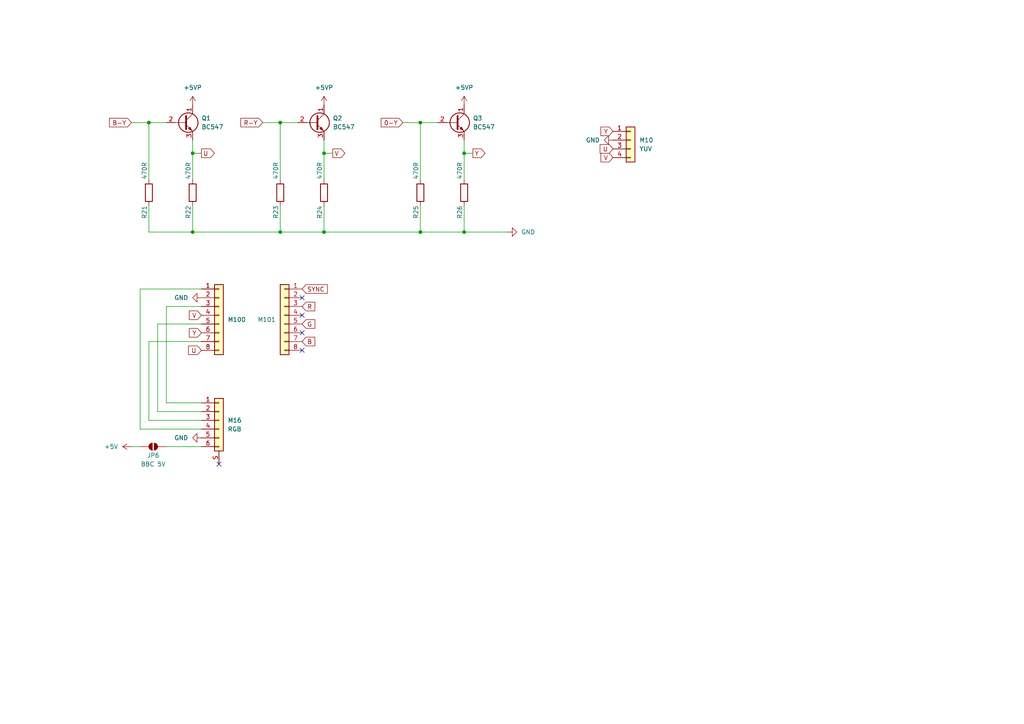
<source format=kicad_sch>
(kicad_sch (version 20250114) (generator "eeschema") (generator_version "9.0")
  (paper "A4")
  (lib_symbols
    (symbol "Connector_Generic:Conn_01x04" (pin_names (offset 1.016) (hide yes))
      (property "Reference" "J" (at 0 5.08 0))
      (property "Value" "Conn_01x04" (at 0 -7.62 0))
      (symbol "Conn_01x04_1_1"
        (rectangle (start -1.27 3.81) (end 1.27 -6.35) (stroke (width 0.254)) (fill (type background)))
        (rectangle (start -1.27 2.667) (end 0 2.413) (stroke (width 0.1524)))
        (rectangle (start -1.27 0.127) (end 0 -0.127) (stroke (width 0.1524)))
        (rectangle (start -1.27 -2.413) (end 0 -2.667) (stroke (width 0.1524)))
        (rectangle (start -1.27 -4.953) (end 0 -5.207) (stroke (width 0.1524)))
        (pin passive line (at -5.08 2.54 0) (length 3.81) (name "Pin_1") (number "1"))
        (pin passive line (at -5.08 0 0) (length 3.81) (name "Pin_2") (number "2"))
        (pin passive line (at -5.08 -2.54 0) (length 3.81) (name "Pin_3") (number "3"))
        (pin passive line (at -5.08 -5.08 0) (length 3.81) (name "Pin_4") (number "4"))
      )
    )
    (symbol "Connector_Generic:Conn_01x08" (pin_names (offset 1.016) (hide yes))
      (property "Reference" "J" (at 0 10.16 0))
      (property "Value" "Conn_01x08" (at 0 -12.7 0))
      (symbol "Conn_01x08_1_1"
        (rectangle (start -1.27 8.89) (end 1.27 -11.43) (stroke (width 0.254)) (fill (type background)))
        (rectangle (start -1.27 7.747) (end 0 7.493) (stroke (width 0.1524)))
        (rectangle (start -1.27 5.207) (end 0 4.953) (stroke (width 0.1524)))
        (rectangle (start -1.27 2.667) (end 0 2.413) (stroke (width 0.1524)))
        (rectangle (start -1.27 0.127) (end 0 -0.127) (stroke (width 0.1524)))
        (rectangle (start -1.27 -2.413) (end 0 -2.667) (stroke (width 0.1524)))
        (rectangle (start -1.27 -4.953) (end 0 -5.207) (stroke (width 0.1524)))
        (rectangle (start -1.27 -7.493) (end 0 -7.747) (stroke (width 0.1524)))
        (rectangle (start -1.27 -10.033) (end 0 -10.287) (stroke (width 0.1524)))
        (pin passive line (at -5.08 7.62 0) (length 3.81) (name "Pin_1") (number "1"))
        (pin passive line (at -5.08 5.08 0) (length 3.81) (name "Pin_2") (number "2"))
        (pin passive line (at -5.08 2.54 0) (length 3.81) (name "Pin_3") (number "3"))
        (pin passive line (at -5.08 0 0) (length 3.81) (name "Pin_4") (number "4"))
        (pin passive line (at -5.08 -2.54 0) (length 3.81) (name "Pin_5") (number "5"))
        (pin passive line (at -5.08 -5.08 0) (length 3.81) (name "Pin_6") (number "6"))
        (pin passive line (at -5.08 -7.62 0) (length 3.81) (name "Pin_7") (number "7"))
        (pin passive line (at -5.08 -10.16 0) (length 3.81) (name "Pin_8") (number "8"))
      )
    )
    (symbol "Device:R" (pin_numbers (hide yes)) (pin_names (offset 0))
      (property "Reference" "R" (at 2.032 0 90))
      (property "Value" "R" (at 0 0 90))
      (symbol "R_0_1"
        (rectangle (start -1.016 -2.54) (end 1.016 2.54) (stroke (width 0.254)))
      )
      (symbol "R_1_1"
        (pin passive line (at 0 3.81 270) (length 1.27) (name "~") (number "1"))
        (pin passive line (at 0 -3.81 90) (length 1.27) (name "~") (number "2"))
      )
    )
    (symbol "Einstein:DIN_RGB" (pin_names (offset 1.016) (hide yes))
      (property "Reference" "M016" (at 2.54 0.0001 0))
      (property "Value" "RGB" (at 2.54 -2.5399 0))
      (symbol "DIN_RGB_1_1"
        (rectangle (start -1.27 6.35) (end 1.27 -8.89) (stroke (width 0.254)) (fill (type background)))
        (rectangle (start -1.27 5.207) (end 0 4.953) (stroke (width 0.1524)))
        (rectangle (start -1.27 2.667) (end 0 2.413) (stroke (width 0.1524)))
        (rectangle (start -1.27 0.127) (end 0 -0.127) (stroke (width 0.1524)))
        (rectangle (start -1.27 -2.413) (end 0 -2.667) (stroke (width 0.1524)))
        (rectangle (start -1.27 -4.953) (end 0 -5.207) (stroke (width 0.1524)))
        (rectangle (start -1.27 -7.493) (end 0 -7.747) (stroke (width 0.1524)))
        (pin passive line (at -5.08 5.08 0) (length 3.81) (name "Pin_1") (number "1"))
        (pin passive line (at -5.08 2.54 0) (length 3.81) (name "Pin_2") (number "2"))
        (pin passive line (at -5.08 0 0) (length 3.81) (name "Pin_3") (number "3"))
        (pin passive line (at -5.08 -2.54 0) (length 3.81) (name "Pin_4") (number "4"))
        (pin passive line (at -5.08 -5.08 0) (length 3.81) (name "Pin_5") (number "5"))
        (pin passive line (at -5.08 -7.62 0) (length 3.81) (name "Pin_6") (number "6"))
        (pin passive line (at 0 -12.7 90) (length 3.81) (name "Shield") (number "S"))
      )
    )
    (symbol "Jumper:SolderJumper_2_Open" (pin_numbers (hide yes)) (pin_names (offset 0) (hide yes)) (in_bom no)
      (property "Reference" "JP" (at 0 2.032 0))
      (property "Value" "SolderJumper_2_Open" (at 0 -2.54 0))
      (symbol "SolderJumper_2_Open_0_1"
        (polyline (pts (xy -0.254 1.016) (xy -0.254 -1.016)))
        (arc (start -0.254 -1.016) (mid -1.2656 0) (end -0.254 1.016))
        (arc (start -0.254 -1.016) (mid -1.2656 0) (end -0.254 1.016) (fill (type outline)))
        (arc (start 0.254 1.016) (mid 1.2656 0) (end 0.254 -1.016))
        (arc (start 0.254 1.016) (mid 1.2656 0) (end 0.254 -1.016) (fill (type outline)))
        (polyline (pts (xy 0.254 1.016) (xy 0.254 -1.016)))
      )
      (symbol "SolderJumper_2_Open_1_1"
        (pin passive line (at -3.81 0 0) (length 2.54) (name "A") (number "1"))
        (pin passive line (at 3.81 0 180) (length 2.54) (name "B") (number "2"))
      )
    )
    (symbol "Transistor_BJT:BC547" (pin_names (offset 0) (hide yes))
      (property "Reference" "Q" (at 5.08 1.905 0))
      (property "Value" "BC547" (at 5.08 0 0))
      (symbol "BC547_0_1"
        (polyline (pts (xy -2.54 0) (xy 0.635 0)))
        (polyline (pts (xy 0.635 1.905) (xy 0.635 -1.905)) (stroke (width 0.508)))
        (circle (center 1.27 0) (radius 2.8194) (stroke (width 0.254)))
      )
      (symbol "BC547_1_1"
        (polyline (pts (xy 0.635 0.635) (xy 2.54 2.54)))
        (polyline (pts (xy 0.635 -0.635) (xy 2.54 -2.54)))
        (polyline (pts (xy 1.27 -1.778) (xy 1.778 -1.27) (xy 2.286 -2.286) (xy 1.27 -1.778)) (fill (type outline)))
        (pin input line (at -5.08 0 0) (length 2.54) (name "B") (number "2"))
        (pin passive line (at 2.54 5.08 270) (length 2.54) (name "C") (number "1"))
        (pin passive line (at 2.54 -5.08 90) (length 2.54) (name "E") (number "3"))
      )
    )
    (symbol "power:+5V" (power) (pin_numbers (hide yes)) (pin_names (offset 0) (hide yes))
      (property "Value" "+5V" (at 0 3.556 0))
      (symbol "+5V_0_1"
        (polyline (pts (xy -0.762 1.27) (xy 0 2.54)))
        (polyline (pts (xy 0 2.54) (xy 0.762 1.27)))
        (polyline (pts (xy 0 0) (xy 0 2.54)))
      )
      (symbol "+5V_1_1"
        (pin power_in line (at 0 0 90) (length 0) (name "~") (number "1"))
      )
    )
    (symbol "power:+5VP" (power) (pin_numbers (hide yes)) (pin_names (offset 0) (hide yes))
      (property "Value" "+5VP" (at 0 3.556 0))
      (symbol "+5VP_0_1"
        (polyline (pts (xy -0.762 1.27) (xy 0 2.54)))
        (polyline (pts (xy 0 2.54) (xy 0.762 1.27)))
        (polyline (pts (xy 0 0) (xy 0 2.54)))
      )
      (symbol "+5VP_1_1"
        (pin power_in line (at 0 0 90) (length 0) (name "~") (number "1"))
      )
    )
    (symbol "power:GND" (power) (pin_numbers (hide yes)) (pin_names (offset 0) (hide yes))
      (property "Value" "GND" (at 0 -3.81 0))
      (symbol "GND_0_1"
        (polyline (pts (xy 0 0) (xy 0 -1.27) (xy 1.27 -1.27) (xy 0 -2.54) (xy -1.27 -1.27) (xy 0 -1.27)))
      )
      (symbol "GND_1_1"
        (pin power_in line (at 0 0 270) (length 0) (name "~") (number "1"))
      )
    )
  )
  (junction (at 121.92 35.56))
  (junction (at 55.88 67.31))
  (junction (at 134.62 44.45))
  (junction (at 81.28 35.56))
  (junction (at 93.98 67.31))
  (junction (at 121.92 67.31))
  (junction (at 134.62 67.31))
  (junction (at 93.98 44.45))
  (junction (at 43.18 35.56))
  (junction (at 55.88 44.45))
  (junction (at 81.28 67.31))
  (no_connect (at 87.63 101.6))
  (no_connect (at 87.63 96.52))
  (no_connect (at 87.63 86.36))
  (no_connect (at 87.63 91.44))
  (no_connect (at 63.5 134.62))
  (wire (pts (xy 58.42 116.84) (xy 48.26 116.84)))
  (wire (pts (xy 93.98 44.45) (xy 93.98 52.07)))
  (wire (pts (xy 81.28 35.56) (xy 81.28 52.07)))
  (wire (pts (xy 58.42 119.38) (xy 45.72 119.38)))
  (wire (pts (xy 48.26 35.56) (xy 43.18 35.56)))
  (wire (pts (xy 93.98 67.31) (xy 93.98 59.69)))
  (wire (pts (xy 76.2 35.56) (xy 81.28 35.56)))
  (wire (pts (xy 45.72 119.38) (xy 45.72 93.98)))
  (wire (pts (xy 127 35.56) (xy 121.92 35.56)))
  (wire (pts (xy 134.62 67.31) (xy 134.62 59.69)))
  (wire (pts (xy 40.64 83.82) (xy 58.42 83.82)))
  (wire (pts (xy 121.92 35.56) (xy 121.92 52.07)))
  (wire (pts (xy 40.64 129.54) (xy 38.1 129.54)))
  (wire (pts (xy 93.98 44.45) (xy 96.52 44.45)))
  (wire (pts (xy 55.88 67.31) (xy 55.88 59.69)))
  (wire (pts (xy 48.26 129.54) (xy 58.42 129.54)))
  (wire (pts (xy 55.88 40.64) (xy 55.88 44.45)))
  (wire (pts (xy 58.42 121.92) (xy 43.18 121.92)))
  (wire (pts (xy 43.18 121.92) (xy 43.18 99.06)))
  (wire (pts (xy 48.26 116.84) (xy 48.26 88.9)))
  (wire (pts (xy 134.62 44.45) (xy 137.16 44.45)))
  (wire (pts (xy 43.18 99.06) (xy 58.42 99.06)))
  (wire (pts (xy 134.62 67.31) (xy 147.32 67.31)))
  (wire (pts (xy 43.18 59.69) (xy 43.18 67.31)))
  (wire (pts (xy 116.84 35.56) (xy 121.92 35.56)))
  (wire (pts (xy 93.98 40.64) (xy 93.98 44.45)))
  (wire (pts (xy 81.28 67.31) (xy 93.98 67.31)))
  (wire (pts (xy 134.62 40.64) (xy 134.62 44.45)))
  (wire (pts (xy 55.88 44.45) (xy 58.42 44.45)))
  (wire (pts (xy 93.98 67.31) (xy 121.92 67.31)))
  (wire (pts (xy 48.26 88.9) (xy 58.42 88.9)))
  (wire (pts (xy 45.72 93.98) (xy 58.42 93.98)))
  (wire (pts (xy 43.18 35.56) (xy 43.18 52.07)))
  (wire (pts (xy 121.92 59.69) (xy 121.92 67.31)))
  (wire (pts (xy 55.88 67.31) (xy 81.28 67.31)))
  (wire (pts (xy 81.28 59.69) (xy 81.28 67.31)))
  (wire (pts (xy 40.64 124.46) (xy 40.64 83.82)))
  (wire (pts (xy 134.62 44.45) (xy 134.62 52.07)))
  (wire (pts (xy 43.18 67.31) (xy 55.88 67.31)))
  (wire (pts (xy 86.36 35.56) (xy 81.28 35.56)))
  (wire (pts (xy 55.88 44.45) (xy 55.88 52.07)))
  (wire (pts (xy 38.1 35.56) (xy 43.18 35.56)))
  (wire (pts (xy 121.92 67.31) (xy 134.62 67.31)))
  (wire (pts (xy 58.42 124.46) (xy 40.64 124.46)))
  (global_label "U" (shape input) (at 58.42 101.6 180) (property "Intersheetrefs" "${INTERSHEET_REFS}" (effects (hide yes))))
  (global_label "V" (shape input) (at 177.8 45.72 180) (property "Intersheetrefs" "${INTERSHEET_REFS}" (effects (hide yes))))
  (global_label "0-Y" (shape input) (at 116.84 35.56 180) (property "Intersheetrefs" "${INTERSHEET_REFS}" (effects (hide yes))))
  (global_label "Y" (shape input) (at 177.8 38.1 180) (property "Intersheetrefs" "${INTERSHEET_REFS}" (effects (hide yes))))
  (global_label "R-Y" (shape input) (at 76.2 35.56 180) (property "Intersheetrefs" "${INTERSHEET_REFS}" (effects (hide yes))))
  (global_label "B" (shape input) (at 87.63 99.06 0) (property "Intersheetrefs" "${INTERSHEET_REFS}" (effects (hide yes))))
  (global_label "V" (shape input) (at 58.42 91.44 180) (property "Intersheetrefs" "${INTERSHEET_REFS}" (effects (hide yes))))
  (global_label "Y" (shape output) (at 137.16 44.45 0) (property "Intersheetrefs" "${INTERSHEET_REFS}" (effects (hide yes))))
  (global_label "SYNC" (shape input) (at 87.63 83.82 0) (property "Intersheetrefs" "${INTERSHEET_REFS}" (effects (hide yes))))
  (global_label "B-Y" (shape input) (at 38.1 35.56 180) (property "Intersheetrefs" "${INTERSHEET_REFS}" (effects (hide yes))))
  (global_label "R" (shape input) (at 87.63 88.9 0) (property "Intersheetrefs" "${INTERSHEET_REFS}" (effects (hide yes))))
  (global_label "Y" (shape input) (at 58.42 96.52 180) (property "Intersheetrefs" "${INTERSHEET_REFS}" (effects (hide yes))))
  (global_label "U" (shape output) (at 58.42 44.45 0) (property "Intersheetrefs" "${INTERSHEET_REFS}" (effects (hide yes))))
  (global_label "G" (shape input) (at 87.63 93.98 0) (property "Intersheetrefs" "${INTERSHEET_REFS}" (effects (hide yes))))
  (global_label "U" (shape input) (at 177.8 43.18 180) (property "Intersheetrefs" "${INTERSHEET_REFS}" (effects (hide yes))))
  (global_label "V" (shape output) (at 96.52 44.45 0) (property "Intersheetrefs" "${INTERSHEET_REFS}" (effects (hide yes))))
  (symbol (lib_id "Jumper:SolderJumper_2_Open") (at 44.45 129.54 0) (unit 1) (in_bom no)
    (property "Reference" "JP6" (at 44.45 132.08 0))
    (property "Value" "BBC 5V" (at 44.45 134.62 0))
    (property "Footprint" "Einstein:BBC Bodge" (effects (hide yes)))
    (property "Description" "Solder Jumper, 2-pole, open" (effects (hide yes)))
  )
  (symbol (lib_id "Transistor_BJT:BC547") (at 91.44 35.56 0) (unit 1)
    (property "Reference" "Q2" (at 96.52 34.2899 0) (effects (justify left)))
    (property "Value" "BC547" (at 96.52 36.8299 0) (effects (justify left)))
    (property "Footprint" "Einstein:Transistor - Box 2" (effects (hide yes)))
    (property "Datasheet" "https://www.onsemi.com/pub/Collateral/BC550-D.pdf" (effects (hide yes)))
    (property "Description" "0.1A Ic, 45V Vce, Small Signal NPN Transistor, TO-92" (effects (hide yes)))
  )
  (symbol (lib_id "Device:R") (at 121.92 55.88 0) (mirror y) (unit 1)
    (property "Reference" "R25" (at 120.65 63.5 90) (effects (justify left)))
    (property "Value" "470R" (at 120.65 52.07 90) (effects (justify left)))
    (property "Footprint" "Einstein:Resistor 12.70mm" (effects (hide yes)))
    (property "Description" "Resistor" (effects (hide yes)))
  )
  (symbol (lib_id "power:+5VP") (at 55.88 30.48 0) (unit 1)
    (property "Reference" "#PWR0205" (effects (hide yes)))
    (property "Value" "+5VP" (at 55.88 25.4 0))
    (property "Description" "Power symbol creates a global label with name \"+5VP\"" (effects (hide yes)))
  )
  (symbol (lib_id "Device:R") (at 93.98 55.88 0) (mirror y) (unit 1)
    (property "Reference" "R24" (at 92.71 63.5 90) (effects (justify left)))
    (property "Value" "470R" (at 92.71 52.07 90) (effects (justify left)))
    (property "Footprint" "Einstein:Resistor 12.70mm" (effects (hide yes)))
    (property "Description" "Resistor" (effects (hide yes)))
  )
  (symbol (lib_id "Connector_Generic:Conn_01x08") (at 63.5 91.44 0) (unit 1)
    (property "Reference" "M100" (at 66.04 92.7099 0) (effects (justify left)))
    (property "Footprint" "Einstein:M PinHeader_1x08_P2.54mm" (effects (hide yes)))
    (property "Description" "Generic connector, single row, 01x08, script generated (kicad-library-utils/schlib/autogen/connector/)" (effects (hide yes)))
  )
  (symbol (lib_id "Connector_Generic:Conn_01x04") (at 182.88 40.64 0) (unit 1)
    (property "Reference" "M10" (at 185.42 40.6399 0) (effects (justify left)))
    (property "Value" "YUV" (at 185.42 43.1799 0) (effects (justify left)))
    (property "Footprint" "Einstein:M10 PinHeader_1x04_P2.54mm" (effects (hide yes)))
    (property "Description" "Generic connector, single row, 01x04, script generated (kicad-library-utils/schlib/autogen/connector/)" (effects (hide yes)))
  )
  (symbol (lib_id "Connector_Generic:Conn_01x08") (at 82.55 91.44 0) (mirror y) (unit 1)
    (property "Reference" "M101" (at 80.01 92.7099 0) (effects (justify left)))
    (property "Footprint" "Einstein:M PinHeader_1x08_P2.54mm" (effects (hide yes)))
    (property "Description" "Generic connector, single row, 01x08, script generated (kicad-library-utils/schlib/autogen/connector/)" (effects (hide yes)))
  )
  (symbol (lib_id "power:GND") (at 58.42 127 270) (unit 1)
    (property "Reference" "#PWR0212" (effects (hide yes)))
    (property "Value" "GND" (at 54.61 126.9999 90) (effects (justify right)))
    (property "Description" "Power symbol creates a global label with name \"GND\" , ground" (effects (hide yes)))
  )
  (symbol (lib_id "Device:R") (at 55.88 55.88 0) (mirror y) (unit 1)
    (property "Reference" "R22" (at 54.61 63.5 90) (effects (justify left)))
    (property "Value" "470R" (at 54.61 52.07 90) (effects (justify left)))
    (property "Footprint" "Einstein:Resistor 12.70mm" (effects (hide yes)))
    (property "Description" "Resistor" (effects (hide yes)))
  )
  (symbol (lib_id "power:GND") (at 177.8 40.64 270) (unit 1)
    (property "Reference" "#PWR0209" (effects (hide yes)))
    (property "Value" "GND" (at 173.99 40.6399 90) (effects (justify right)))
    (property "Description" "Power symbol creates a global label with name \"GND\" , ground" (effects (hide yes)))
  )
  (symbol (lib_id "Einstein:DIN_RGB") (at 63.5 121.92 0) (unit 1)
    (property "Reference" "M16" (at 66.04 121.9199 0) (effects (justify left)))
    (property "Value" "RGB" (at 66.04 124.4599 0) (effects (justify left)))
    (property "Footprint" "Einstein:DIN6" (effects (hide yes)))
  )
  (symbol (lib_id "Transistor_BJT:BC547") (at 132.08 35.56 0) (unit 1)
    (property "Reference" "Q3" (at 137.16 34.2899 0) (effects (justify left)))
    (property "Value" "BC547" (at 137.16 36.8299 0) (effects (justify left)))
    (property "Footprint" "Einstein:Transistor - Box 2" (effects (hide yes)))
    (property "Datasheet" "https://www.onsemi.com/pub/Collateral/BC550-D.pdf" (effects (hide yes)))
    (property "Description" "0.1A Ic, 45V Vce, Small Signal NPN Transistor, TO-92" (effects (hide yes)))
  )
  (symbol (lib_id "power:GND") (at 58.42 86.36 270) (unit 1)
    (property "Reference" "#PWR0210" (effects (hide yes)))
    (property "Value" "GND" (at 54.61 86.3599 90) (effects (justify right)))
    (property "Description" "Power symbol creates a global label with name \"GND\" , ground" (effects (hide yes)))
  )
  (symbol (lib_id "power:+5V") (at 38.1 129.54 90) (unit 1)
    (property "Reference" "#PWR0268" (effects (hide yes)))
    (property "Value" "+5V" (at 34.29 129.5399 90) (effects (justify left)))
    (property "Description" "Power symbol creates a global label with name \"+5V\"" (effects (hide yes)))
  )
  (symbol (lib_id "power:GND") (at 147.32 67.31 90) (unit 1)
    (property "Reference" "#PWR0208" (effects (hide yes)))
    (property "Value" "GND" (at 151.13 67.3099 90) (effects (justify right)))
    (property "Description" "Power symbol creates a global label with name \"GND\" , ground" (effects (hide yes)))
  )
  (symbol (lib_id "Device:R") (at 134.62 55.88 0) (mirror y) (unit 1)
    (property "Reference" "R26" (at 133.35 63.5 90) (effects (justify left)))
    (property "Value" "470R" (at 133.35 52.07 90) (effects (justify left)))
    (property "Footprint" "Einstein:Resistor 12.70mm" (effects (hide yes)))
    (property "Description" "Resistor" (effects (hide yes)))
  )
  (symbol (lib_id "power:+5VP") (at 134.62 30.48 0) (unit 1)
    (property "Reference" "#PWR0207" (effects (hide yes)))
    (property "Value" "+5VP" (at 134.62 25.4 0))
    (property "Description" "Power symbol creates a global label with name \"+5VP\"" (effects (hide yes)))
  )
  (symbol (lib_id "Transistor_BJT:BC547") (at 53.34 35.56 0) (unit 1)
    (property "Reference" "Q1" (at 58.42 34.2899 0) (effects (justify left)))
    (property "Value" "BC547" (at 58.42 36.8299 0) (effects (justify left)))
    (property "Footprint" "Einstein:Transistor - Box 2" (effects (hide yes)))
    (property "Datasheet" "https://www.onsemi.com/pub/Collateral/BC550-D.pdf" (effects (hide yes)))
    (property "Description" "0.1A Ic, 45V Vce, Small Signal NPN Transistor, TO-92" (effects (hide yes)))
  )
  (symbol (lib_id "Device:R") (at 43.18 55.88 0) (mirror y) (unit 1)
    (property "Reference" "R21" (at 41.91 63.5 90) (effects (justify left)))
    (property "Value" "470R" (at 41.91 52.07 90) (effects (justify left)))
    (property "Footprint" "Einstein:Resistor 12.70mm" (effects (hide yes)))
    (property "Description" "Resistor" (effects (hide yes)))
  )
  (symbol (lib_id "power:+5VP") (at 93.98 30.48 0) (unit 1)
    (property "Reference" "#PWR0206" (effects (hide yes)))
    (property "Value" "+5VP" (at 93.98 25.4 0))
    (property "Description" "Power symbol creates a global label with name \"+5VP\"" (effects (hide yes)))
  )
  (symbol (lib_id "Device:R") (at 81.28 55.88 0) (mirror y) (unit 1)
    (property "Reference" "R23" (at 80.01 63.5 90) (effects (justify left)))
    (property "Value" "470R" (at 80.01 52.07 90) (effects (justify left)))
    (property "Footprint" "Einstein:Resistor 12.70mm" (effects (hide yes)))
    (property "Description" "Resistor" (effects (hide yes)))
  )
)
</source>
